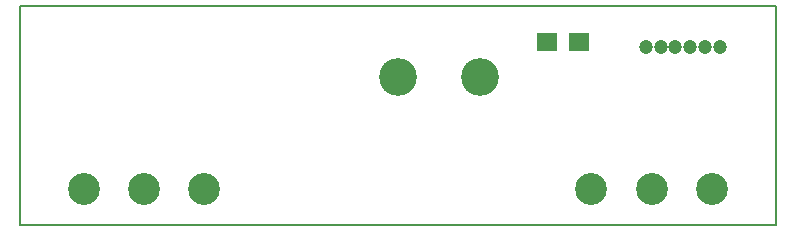
<source format=gts>
G04 #@! TF.FileFunction,Soldermask,Top*
%FSLAX46Y46*%
G04 Gerber Fmt 4.6, Leading zero omitted, Abs format (unit mm)*
G04 Created by KiCad (PCBNEW 4.0.6+dfsg1-1) date Mon Oct 16 00:48:50 2017*
%MOMM*%
%LPD*%
G01*
G04 APERTURE LIST*
%ADD10C,0.100000*%
%ADD11C,0.150000*%
%ADD12C,2.703200*%
%ADD13C,1.203200*%
%ADD14R,1.703200X1.503200*%
%ADD15C,3.203200*%
G04 APERTURE END LIST*
D10*
D11*
X181000000Y-127500000D02*
X181000000Y-109000000D01*
X117000000Y-127500000D02*
X181000000Y-127500000D01*
X117000000Y-109000000D02*
X117000000Y-127500000D01*
X181000000Y-109000000D02*
X117000000Y-109000000D01*
D12*
X127500000Y-124500000D03*
X122400000Y-124500000D03*
X132600000Y-124500000D03*
D13*
X170000000Y-112500000D03*
X171250000Y-112500000D03*
X172500000Y-112500000D03*
X173750000Y-112500000D03*
X175000000Y-112500000D03*
X176250000Y-112500000D03*
D14*
X161650000Y-112000000D03*
X164350000Y-112000000D03*
D12*
X170500000Y-124500000D03*
X165400000Y-124500000D03*
X175600000Y-124500000D03*
D15*
X149000000Y-115000000D03*
X156000000Y-115000000D03*
M02*

</source>
